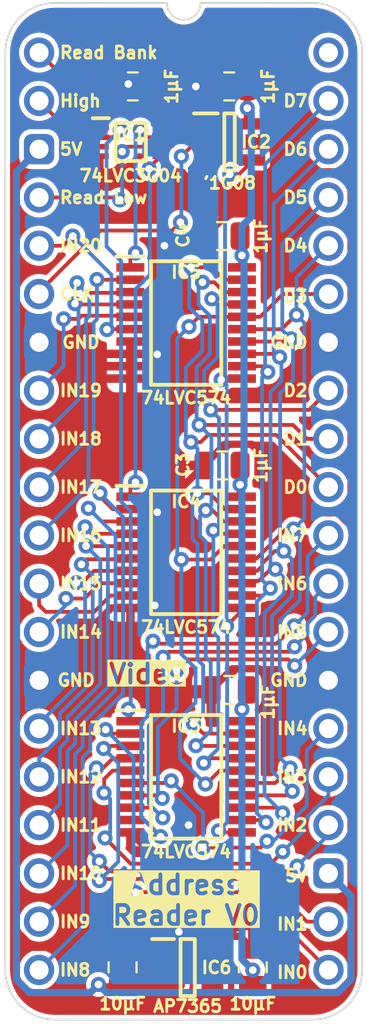
<source format=kicad_pcb>
(kicad_pcb (version 20221018) (generator pcbnew)
  (layers (0 "F.Cu" signal) (31 "B.Cu" signal) (34 "B.Paste" user) (35 "F.Paste" user) (36 "B.SilkS" user "B.Silkscreen") (37 "F.SilkS" user "F.Silkscreen") (38 "B.Mask" user) (39 "F.Mask" user) (44 "Edge.Cuts" user))
  (net 0 "")
  (net 1 "/5V")
  (net 2 "/GND")
  (net 3 "/3.3V")
  (net 4 "/D0")
  (net 5 "/D1")
  (net 6 "/D2")
  (net 7 "/D3")
  (net 8 "/D4")
  (net 9 "/D5")
  (net 10 "/D6")
  (net 11 "/D7")
  (net 12 "/~{Read Address Low}")
  (net 13 "/Read Address Low")
  (net 14 "/Pixel CLK")
  (net 15 "/PCLK·RAL")
  (net 16 "/~{Read Address High}")
  (net 17 "/~{Read Address Bank}")
  (net 20 "/C0")
  (net 21 "/C1")
  (net 22 "/C2")
  (net 23 "/C3")
  (net 24 "/C4")
  (net 25 "/C5")
  (net 26 "/C6")
  (net 27 "/C7")
  (net 28 "/C8")
  (net 29 "/C9")
  (net 30 "/C10")
  (net 31 "/C11")
  (net 32 "/C12")
  (net 33 "/C13")
  (net 34 "/C14")
  (net 35 "/C15")
  (net 36 "/C16")
  (net 37 "/C17")
  (net 38 "/C18")
  (net 39 "/C19")
  (net 40 "/C20")
  (net 41 "/Read Address High")
  (net 42 "/Read Address Bank")
  (footprint "SamacSys_Parts:C_0805" (layer "F.Cu") (at 98.552 68.072 90)
    (fp_text reference "C4")
    (fp_text value "1μF")
  )
  (footprint "SamacSys_Parts:C_0805" (layer "F.Cu") (at 100.157 106.555)
    (fp_text reference "C7" hide)
    (fp_text value "10µF")
  )
  (footprint "SamacSys_Parts:SOT95P275X110-5N" (layer "F.Cu") (at 98.933 63.119)
    (fp_text reference "IC2")
    (fp_text value "74LVC1G08GV,125" hide)
  )
  (footprint "SamacSys_Parts:C_0805" (layer "F.Cu") (at 98.552 80.137 90)
    (fp_text reference "C3")
    (fp_text value "1μF")
  )
  (footprint "SamacSys_Parts:C_0805" (layer "F.Cu") (at 93.299 106.555)
    (fp_text reference "C6" hide)
    (fp_text value "10µF")
  )
  (footprint "SamacSys_Parts:SOT95P285X130-5N" (layer "F.Cu") (at 96.728 106.555)
    (fp_text reference "IC6")
    (fp_text value "AP7365-33WG-7" hide)
  )
  (footprint "SamacSys_Parts:SOP65P640X110-20N" (layer "F.Cu") (at 96.647 72.644)
    (fp_text reference "IC5")
    (fp_text value "74LVC574APW,118" hide)
  )
  (footprint "SamacSys_Parts:C_0805" (layer "F.Cu") (at 93.853 60.198 90)
    (fp_text reference "C2" hide)
    (fp_text value "1μF")
  )
  (footprint "SamacSys_Parts:SOP65P640X110-20N" (layer "F.Cu") (at 96.647 96.52)
    (fp_text reference "IC3")
    (fp_text value "74LVC574APW,118" hide)
  )
  (footprint "SamacSys_Parts:DIP-40_Board_W15.24mm" (layer "F.Cu") (at 88.9 58.42)
    (fp_text reference "J1" hide)
    (fp_text value "Conn_02x20_Counter_Clockwise" hide)
    (fp_line (start -1.778 48.26) (end -1.778 0) (stroke (width 0.1)) (layer "Edge.Cuts"))
    (fp_line (start 6.731 -2.6162) (end 0.835732 -2.613732) (stroke (width 0.1)) (layer "Edge.Cuts"))
    (fp_line (start 14.404267 -2.613733) (end 8.509 -2.6162) (stroke (width 0.1)) (layer "Edge.Cuts"))
    (fp_line (start 14.404268 50.873732) (end 0.835733 50.873733) (stroke (width 0.1)) (layer "Edge.Cuts"))
    (fp_line (start 17.018 48.26) (end 17.017999 -0.000001) (stroke (width 0.1)) (layer "Edge.Cuts"))
    (fp_arc (start -1.778 0) (mid -1.012456 -1.848188) (end 0.835732 -2.613732) (stroke (width 0.1)) (layer "Edge.Cuts"))
    (fp_arc (start 0.835733 50.873733) (mid -1.012457 50.108189) (end -1.778 48.26) (stroke (width 0.1)) (layer "Edge.Cuts"))
    (fp_arc (start 8.509 -2.6162) (mid 7.62 -1.7272) (end 6.731 -2.6162) (stroke (width 0.1)) (layer "Edge.Cuts"))
    (fp_arc (start 14.404267 -2.613733) (mid 16.252457 -1.84819) (end 17.017999 -0.000001) (stroke (width 0.1)) (layer "Edge.Cuts"))
    (fp_arc (start 17.018 48.26) (mid 16.252456 50.108187) (end 14.404268 50.873732) (stroke (width 0.1)) (layer "Edge.Cuts"))
  )
  (footprint "SamacSys_Parts:SOP65P640X110-20N" (layer "F.Cu") (at 96.647 84.709)
    (fp_text reference "IC4")
    (fp_text value "74LVC574APW,118" hide)
  )
  (footprint "SamacSys_Parts:C_0805" (layer "F.Cu") (at 98.933 60.198 90)
    (fp_text reference "C1" hide)
    (fp_text value "1μF")
  )
  (footprint "SamacSys_Parts:C_0805" (layer "F.Cu") (at 98.933 91.948 90)
    (fp_text reference "C5" hide)
    (fp_text value "1μF")
  )
  (footprint "SamacSys_Parts:SOP50P310X90-8N" (layer "F.Cu") (at 93.726 63.119)
    (fp_text reference "IC1")
    (fp_text value "SN74LVC3G04DCUR" hide)
  )
  (gr_text "IN3" (at 103.124 96.52) (layer "F.SilkS") (effects (font (size 0.635 0.635)) (justify right)))
  (gr_text "5V" (at 103.124 101.727) (layer "F.SilkS") (effects (font (size 0.635 0.635)) (justify right)))
  (gr_text "IN1" (at 103.124 104.267) (layer "F.SilkS") (effects (font (size 0.635 0.635)) (justify right)))
  (gr_text "IN18" (at 89.916 78.74) (layer "F.SilkS") (effects (font (size 0.635 0.635)) (justify left)))
  (gr_text "IN7" (at 103.124 83.82) (layer "F.SilkS") (effects (font (size 0.635 0.635)) (justify right)))
  (gr_text "GND" (at 103.124 73.66) (layer "F.SilkS") (effects (font (size 0.635 0.635)) (justify right)))
  (gr_text "GND" (at 89.789 91.44) (layer "F.SilkS") (effects (font (size 0.635 0.635)) (justify left)))
  (gr_text "High" (at 89.916 60.96) (layer "F.SilkS") (effects (font (size 0.635 0.635)) (justify left)))
  (gr_text "IN12" (at 89.916 96.52) (layer "F.SilkS") (effects (font (size 0.635 0.635)) (justify left)))
  (gr_text "D5" (at 103.124 66.04) (layer "F.SilkS") (effects (font (size 0.635 0.635)) (justify right)))
  (gr_text "IN13" (at 89.916 93.98) (layer "F.SilkS") (effects (font (size 0.635 0.635)) (justify left)))
  (gr_text "IN17" (at 89.916 81.28) (layer "F.SilkS") (effects (font (size 0.635 0.635)) (justify left)))
  (gr_text "IN19" (at 89.916 76.2) (layer "F.SilkS") (effects (font (size 0.635 0.635)) (justify left)))
  (gr_text "CLK" (at 89.916 71.12) (layer "F.SilkS") (effects (font (size 0.635 0.635)) (justify left)))
  (gr_text "D6" (at 103.124 63.5) (layer "F.SilkS") (effects (font (size 0.635 0.635)) (justify right)))
  (gr_text "IN6" (at 103.124 86.36) (layer "F.SilkS") (effects (font (size 0.635 0.635)) (justify right)))
  (gr_text "IN14" (at 89.916 88.9) (layer "F.SilkS") (effects (font (size 0.635 0.635)) (justify left)))
  (gr_text "D4\n" (at 103.124 68.58) (layer "F.SilkS") (effects (font (size 0.635 0.635)) (justify right)))
  (gr_text "IN10" (at 89.916 101.6) (layer "F.SilkS") (effects (font (size 0.635 0.635)) (justify left)))
  (gr_text "IN20" (at 89.916 68.58) (layer "F.SilkS") (effects (font (size 0.635 0.635)) (justify left)))
  (gr_text "D7" (at 103.124 60.96) (layer "F.SilkS") (effects (font (size 0.635 0.635)) (justify right)))
  (gr_text "IN0" (at 103.124 106.807) (layer "F.SilkS") (effects (font (size 0.635 0.635)) (justify right)))
  (gr_text "IN9" (at 89.916 104.14) (layer "F.SilkS") (effects (font (size 0.635 0.635)) (justify left)))
  (gr_text "IN5" (at 103.124 88.9) (layer "F.SilkS") (effects (font (size 0.635 0.635)) (justify right)))
  (gr_text "D0" (at 103.124 81.28) (layer "F.SilkS") (effects (font (size 0.635 0.635)) (justify right)))
  (gr_text "IN4" (at 103.124 93.98) (layer "F.SilkS") (effects (font (size 0.635 0.635)) (justify right)))
  (gr_text "IN16" (at 89.916 83.82) (layer "F.SilkS") (effects (font (size 0.635 0.635)) (justify left)))
  (gr_text "D3" (at 103.124 71.247) (layer "F.SilkS") (effects (font (size 0.635 0.635)) (justify right)))
  (gr_text "D2" (at 103.124 76.2) (layer "F.SilkS") (effects (font (size 0.635 0.635)) (justify right)))
  (gr_text "Read Low" (at 89.916 66.04) (layer "F.SilkS") (effects (font (size 0.635 0.635)) (justify left)))
  (gr_text "IN11" (at 89.916 99.06) (layer "F.SilkS") (effects (font (size 0.635 0.635)) (justify left)))
  (gr_text "Video" (at 94.615 91.694) (layer "F.SilkS" knockout) (effects (font (size 1 1) (thickness 0.2) bold) (justify bottom)))
  (gr_text "IN2" (at 103.124 99.06) (layer "F.SilkS") (effects (font (size 0.635 0.635)) (justify right)))
  (gr_text "IN8" (at 89.916 106.68) (layer "F.SilkS") (effects (font (size 0.635 0.635)) (justify left)))
  (gr_text "GND" (at 103.124 91.44) (layer "F.SilkS") (effects (font (size 0.635 0.635)) (justify right)))
  (gr_text "Address\nReader V0" (at 96.647 104.394) (layer "F.SilkS" knockout) (effects (font (size 1 1) (thickness 0.2) bold) (justify bottom)))
  (gr_text "D1" (at 103.124 78.74) (layer "F.SilkS") (effects (font (size 0.635 0.635)) (justify right)))
  (gr_text "IN15" (at 89.916 86.36) (layer "F.SilkS") (effects (font (size 0.635 0.635)) (justify left)))
  (gr_text "Read Bank\n" (at 89.916 58.42) (layer "F.SilkS") (effects (font (size 0.635 0.635)) (justify left)))
  (gr_text "GND" (at 90.043 73.66) (layer "F.SilkS") (effects (font (size 0.635 0.635)) (justify left)))
  (gr_text "5V" (at 89.916 63.5) (layer "F.SilkS") (effects (font (size 0.635 0.635)) (justify left)))
  (segment (start 96.133 105.605) (end 96.393 105.865) (width 0.38) (layer "F.Cu") (net 1))
  (segment (start 95.428 105.605) (end 96.133 105.605) (width 0.38) (layer "F.Cu") (net 1))
  (segment (start 96.393 105.865) (end 96.393 107.495) (width 0.38) (layer "F.Cu") (net 1))
  (segment (start 93.217 107.571) (end 92.029 107.571) (width 0.38) (layer "F.Cu") (net 1))
  (segment (start 95.428 107.505) (end 93.315 107.505) (width 0.38) (layer "F.Cu") (net 1))
  (segment (start 96.393 107.495) (end 96.383 107.505) (width 0.38) (layer "F.Cu") (net 1))
  (segment (start 96.383 107.505) (end 95.428 107.505) (width 0.38) (layer "F.Cu") (net 1))
  (via (at 92.029 107.444) (size 0.8) (drill 0.4) (layers "F.Cu" "B.Cu") (net 1))
  (segment (start 87.71 64.69) (end 87.71 107.180378) (width 0.38) (layer "B.Cu") (net 1))
  (segment (start 87.71 107.180378) (end 88.401622 107.872) (width 0.38) (layer "B.Cu") (net 1))
  (segment (start 92.457 107.872) (end 92.029 107.444) (width 0.38) (layer "B.Cu") (net 1))
  (segment (start 105.33 102.79) (end 105.33 107.172915) (width 0.38) (layer "B.Cu") (net 1))
  (segment (start 91.601 107.872) (end 92.029 107.444) (width 0.38) (layer "B.Cu") (net 1))
  (segment (start 104.632915 107.87) (end 92.503 107.87) (width 0.38) (layer "B.Cu") (net 1))
  (segment (start 105.33 107.172915) (end 104.632915 107.87) (width 0.38) (layer "B.Cu") (net 1))
  (segment (start 88.401622 107.872) (end 91.601 107.872) (width 0.38) (layer "B.Cu") (net 1))
  (segment (start 104.14 101.6) (end 105.33 102.79) (width 0.38) (layer "B.Cu") (net 1))
  (segment (start 88.9 63.5) (end 87.71 64.69) (width 0.38) (layer "B.Cu") (net 1))
  (segment (start 88.9 91.44) (end 92.706 87.634) (width 0.38) (layer "F.Cu") (net 2))
  (segment (start 105.41 83.407085) (end 105.41 90.17) (width 0.38) (layer "F.Cu") (net 2))
  (segment (start 93.014 60.071) (end 93.599 60.071) (width 0.38) (layer "F.Cu") (net 2))
  (segment (start 93.709 74.919) (end 93.709 75.569) (width 0.38) (layer "F.Cu") (net 2))
  (segment (start 98.698 60.929) (end 98.698 64.059) (width 0.38) (layer "F.Cu") (net 2))
  (segment (start 97.657957 68.072) (end 101.737042 63.992915) (width 0.38) (layer "F.Cu") (net 2))
  (segment (start 94.742 92.202) (end 96.139 92.202) (width 0.38) (layer "F.Cu") (net 2))
  (segment (start 93.709 74.269) (end 93.709 74.919) (width 0.38) (layer "F.Cu") (net 2))
  (segment (start 103.647085 64.69) (end 102.95 63.992915) (width 0.38) (layer "F.Cu") (net 2))
  (segment (start 98.698 64.059) (end 98.688 64.069) (width 0.38) (layer "F.Cu") (net 2))
  (segment (start 93.709 73.619) (end 93.709 74.269) (width 0.38) (layer "F.Cu") (net 2))
  (segment (start 93.709 99.445) (end 94.721 100.457) (width 0.38) (layer "F.Cu") (net 2))
  (segment (start 97.967 91.948) (end 99.082 90.833) (width 0.38) (layer "F.Cu") (net 2))
  (segment (start 91.313 74.269) (end 93.709 74.269) (width 0.38) (layer "F.Cu") (net 2))
  (segment (start 102.95 61.548) (end 99.314 57.912) (width 0.38) (layer "F.Cu") (net 2))
  (segment (start 105.33 72.47) (end 105.33 65.387085) (width 0.38) (layer "F.Cu") (net 2))
  (segment (start 103.712 82.63) (end 104.632915 82.63) (width 0.38) (layer "F.Cu") (net 2))
  (segment (start 90.704 73.66) (end 91.313 74.269) (width 0.38) (layer "F.Cu") (net 2))
  (segment (start 93.599 59.755903) (end 93.599 60.071) (width 0.38) (layer "F.Cu") (net 2))
  (segment (start 93.98 91.44) (end 94.742 92.202) (width 0.38) (layer "F.Cu") (net 2))
  (segment (start 101.346 91.694) (end 103.886 91.694) (width 0.38) (layer "F.Cu") (net 2))
  (segment (start 98.701 79.022) (end 100.104 79.022) (width 0.38) (layer "F.Cu") (net 2))
  (segment (start 95.097 74.269) (end 95.123 74.295) (width 0.38) (layer "F.Cu") (net 2))
  (segment (start 97.586 68.072) (end 97.078006 68.579994) (width 0.38) (layer "F.Cu") (net 2))
  (segment (start 100.157 105.589) (end 101.366085 105.589) (width 0.38) (layer "F.Cu") (net 2))
  (segment (start 87.63 92.71) (end 88.9 91.44) (width 0.38) (layer "F.Cu") (net 2))
  (segment (start 94.996 87.4645) (end 95.123 87.3375) (width 0.38) (layer "F.Cu") (net 2))
  (segment (start 94.996 87.503) (end 94.996 87.4645) (width 0.38) (layer "F.Cu") (net 2))
  (segment (start 101.375036 76.424964) (end 97.252964 76.424964) (width 0.38) (layer "F.Cu") (net 2))
  (segment (start 94.9575 87.503) (end 94.996 87.503) (width 0.38) (layer "F.Cu") (net 2))
  (segment (start 97.967 60.198) (end 97.155 60.198) (width 0.38) (layer "F.Cu") (net 2))
  (segment (start 94.721 100.457) (end 95.885 100.457) (width 0.38) (layer "F.Cu") (net 2))
  (segment (start 96.139 92.202) (end 97.713 92.202) (width 0.38) (layer "F.Cu") (net 2))
  (segment (start 96.774 96.012) (end 96.774 99.06) (width 0.38) (layer "F.Cu") (net 2))
  (segment (start 95.442903 57.912) (end 93.599 59.755903) (width 0.38) (layer "F.Cu") (net 2))
  (segment (start 99.082 90.833) (end 100.485 90.833) (width 0.38) (layer "F.Cu") (net 2))
  (segment (start 105.41 90.17) (end 104.14 91.44) (width 0.38) (layer "F.Cu") (net 2))
  (segment (start 96.139 92.202) (end 96.139 95.377) (width 0.38) (layer "F.Cu") (net 2))
  (segment (start 94.8265 87.634) (end 94.9575 87.503) (width 0.38) (layer "F.Cu") (net 2))
  (segment (start 105.33 107.180343) (end 105.33 92.63) (width 0.38) (layer "F.Cu") (net 2))
  (segment (start 100.485 90.833) (end 101.346 91.694) (width 0.38) (layer "F.Cu") (net 2))
  (segment (start 98.688 64.069) (end 97.683 64.069) (width 0.38) (layer "F.Cu") (net 2))
  (segment (start 93.973 104.915) (end 93.299 105.589) (width 0.38) (layer "F.Cu") (net 2))
  (segment (start 104.640343 107.87) (end 105.33 107.180343) (width 0.38) (layer "F.Cu") (net 2))
  (segment (start 95.885 100.457) (end 96.774 99.568) (width 0.38) (layer "F.Cu") (net 2))
  (segment (start 96.139 95.377) (end 96.774 96.012) (width 0.38) (layer "F.Cu") (net 2))
  (segment (start 93.299 105.589) (end 94.265 106.555) (width 0.38) (layer "F.Cu") (net 2))
  (segment (start 96.774 99.568) (end 96.774 99.06) (width 0.38) (layer "F.Cu") (net 2))
  (segment (start 102.95 63.992915) (end 102.95 61.548) (width 0.38) (layer "F.Cu") (net 2))
  (segment (start 105.33 81.963085) (end 104.648 82.645085) (width 0.38) (layer "F.Cu") (net 2))
  (segment (start 97.078006 68.579994) (end 95.504 68.579994) (width 0.38) (layer "F.Cu") (net 2))
  (segment (start 104.14 73.66) (end 105.33 74.85) (width 0.38) (layer "F.Cu") (net 2))
  (segment (start 88.9 73.66) (end 90.704 73.66) (width 0.38) (layer "F.Cu") (net 2))
  (segment (start 104.648 82.645085) (end 105.41 83.407085) (width 0.38) (layer "F.Cu") (net 2))
  (segment (start 105.33 65.387085) (end 104.632915 64.69) (width 0.38) (layer "F.Cu") (net 2))
  (segment (start 88.567085 105.49) (end 87.63 104.552915) (width 0.38) (layer "F.Cu") (net 2))
  (segment (start 104.14 73.66) (end 105.33 72.47) (width 0.38) (layer "F.Cu") (net 2))
  (segment (start 92.706 87.634) (end 93.709 87.634) (width 0.38) (layer "F.Cu") (net 2))
  (segment (start 104.632915 82.63) (end 104.648 82.645085) (width 0.38) (layer "F.Cu") (net 2))
  (segment (start 93.2 105.49) (end 88.567085 105.49) (width 0.38) (layer "F.Cu") (net 2))
  (segment (start 93.709 87.634) (end 94.8265 87.634) (width 0.38) (layer "F.Cu") (net 2))
  (segment (start 97.683 67.975) (end 97.683 64.069) (width 0.38) (layer "F.Cu") (net 2))
  (segment (start 103.647085 107.87) (end 104.640343 107.87) (width 0.38) (layer "F.Cu") (net 2))
  (segment (start 97.586 80.137) (end 98.701 79.022) (width 0.38) (layer "F.Cu") (net 2))
  (segment (start 88.9 91.44) (end 93.98 91.44) (width 0.38) (layer "F.Cu") (net 2))
  (segment (start 105.33 74.85) (end 105.33 81.963085) (width 0.38) (layer "F.Cu") (net 2))
  (segment (start 95.123 87.3375) (end 95.123 82.6) (width 0.38) (layer "F.Cu") (net 2))
  (segment (start 104.14 73.66) (end 101.375036 76.424964) (width 0.38) (layer "F.Cu") (net 2))
  (segment (start 105.33 92.63) (end 104.14 91.44) (width 0.38) (layer "F.Cu") (net 2))
  (segment (start 100.157 105.589) (end 99.483 104.915) (width 0.38) (layer "F.Cu") (net 2))
  (segment (start 104.632915 64.69) (end 103.647085 64.69) (width 0.38) (layer "F.Cu") (net 2))
  (segment (start 99.483 104.915) (end 93.973 104.915) (width 0.38) (layer "F.Cu") (net 2))
  (segment (start 99.314 57.912) (end 95.442903 57.912) (width 0.38) (layer "F.Cu") (net 2))
  (segment (start 87.63 104.552915) (end 87.63 92.71) (width 0.38) (layer "F.Cu") (net 2))
  (segment (start 97.967 60.198) (end 98.698 60.929) (width 0.38) (layer "F.Cu") (net 2))
  (segment (start 95.123 82.6) (end 97.586 80.137) (width 0.38) (layer "F.Cu") (net 2))
  (segment (start 97.155 60.198) (end 97.155 60.198002) (width 0.38) (layer "F.Cu") (net 2))
  (segment (start 101.366085 105.589) (end 103.647085 107.87) (width 0.38) (layer "F.Cu") (net 2))
  (segment (start 93.709 74.269) (end 95.097 74.269) (width 0.38) (layer "F.Cu") (net 2))
  (segment (start 97.252964 76.424964) (end 95.123 74.295) (width 0.38) (layer "F.Cu") (net 2))
  (segment (start 94.265 106.555) (end 95.428 106.555) (width 0.38) (layer "F.Cu") (net 2))
  (segment (start 101.737042 63.992915) (end 102.95 63.992915) (width 0.38) (layer "F.Cu") (net 2))
  (segment (start 100.104 79.022) (end 103.712 82.63) (width 0.38) (layer "F.Cu") (net 2))
  (via (at 95.123 74.295) (size 0.8) (drill 0.4) (layers "F.Cu" "B.Cu") (net 2))
  (via (at 94.996 87.503) (size 0.8) (drill 0.4) (layers "F.Cu" "B.Cu") (net 2))
  (via (at 95.123 82.6) (size 0.8) (drill 0.4) (layers "F.Cu" "B.Cu") (net 2))
  (via (at 96.774 99.06) (size 0.8) (drill 0.4) (layers "F.Cu" "B.Cu") (net 2))
  (via (at 97.155 60.198002) (size 0.8) (drill 0.4) (layers "F.Cu" "B.Cu") (net 2))
  (via (at 93.599 60.071) (size 0.8) (drill 0.4) (layers "F.Cu" "B.Cu") (net 2))
  (via (at 95.504 68.579994) (size 0.8) (drill 0.4) (layers "F.Cu" "B.Cu") (net 2))
  (via (at 96.266004 104.673324) (size 0.8) (drill 0.4) (layers "F.Cu" "B.Cu") (net 2))
  (segment (start 95.504 61.976) (end 95.504 68.579994) (width 0.38) (layer "B.Cu") (net 2))
  (segment (start 95.123 74.295) (end 95.123 82.6) (width 0.38) (layer "B.Cu") (net 2))
  (segment (start 93.599 60.071) (end 95.504 61.976) (width 0.38) (layer "B.Cu") (net 2))
  (segment (start 95.123 74.295) (end 95.504 73.914) (width 0.38) (layer "B.Cu") (net 2))
  (segment (start 96.265998 99.568002) (end 96.265998 104.673318) (width 0.38) (layer "B.Cu") (net 2))
  (segment (start 93.599 60.071) (end 97.027998 60.071) (width 0.38) (layer "B.Cu") (net 2))
  (segment (start 97.027998 60.071) (end 97.155 60.198002) (width 0.38) (layer "B.Cu") (net 2))
  (segment (start 95.504 73.914) (end 95.504 68.579994) (width 0.38) (layer "B.Cu") (net 2))
  (segment (start 96.774 99.06) (end 96.265998 99.568002) (width 0.38) (layer "B.Cu") (net 2))
  (segment (start 96.265998 104.673318) (end 96.266004 104.673324) (width 0.38) (layer "B.Cu") (net 2))
  (segment (start 99.867 61.853) (end 100.183 62.169) (width 0.38) (layer "F.Cu") (net 3))
  (segment (start 99.867 60.198) (end 99.867 61.341) (width 0.38) (layer "F.Cu") (net 3))
  (segment (start 94.976 62.169) (end 94.976 60.387) (width 0.38) (layer "F.Cu") (net 3))
  (segment (start 99.867 61.341) (end 99.867 61.853) (width 0.38) (layer "F.Cu") (net 3))
  (segment (start 99.486 81.153) (end 99.486 81.685) (width 0.38) (layer "F.Cu") (net 3))
  (segment (start 99.912 107.489) (end 98.028 105.605) (width 0.38) (layer "F.Cu") (net 3))
  (segment (start 99.585 92.428) (end 99.966 92.047) (width 0.38) (layer "F.Cu") (net 3))
  (segment (start 99.585 93.595) (end 99.585 92.964006) (width 0.38) (layer "F.Cu") (net 3))
  (segment (start 99.486 81.153) (end 99.486 80.137) (width 0.38) (layer "F.Cu") (net 3))
  (segment (start 100.157 107.489) (end 100.157 106.6885) (width 0.38) (layer "F.Cu") (net 3))
  (segment (start 98.47 58.801) (end 96.184 58.801) (width 0.38) (layer "F.Cu") (net 3))
  (segment (start 99.486 68.072) (end 99.486 68.988994) (width 0.38) (layer "F.Cu") (net 3))
  (segment (start 99.867 60.198) (end 98.47 58.801) (width 0.38) (layer "F.Cu") (net 3))
  (segment (start 99.486 68.988994) (end 99.585 69.087994) (width 0.38) (layer "F.Cu") (net 3))
  (segment (start 99.585 92.964006) (end 99.585 92.428) (width 0.38) (layer "F.Cu") (net 3))
  (segment (start 96.184 58.801) (end 94.787 60.198) (width 0.38) (layer "F.Cu") (net 3))
  (segment (start 99.486 81.685) (end 99.585 81.784) (width 0.38) (layer "F.Cu") (net 3))
  (segment (start 99.585 69.719) (end 99.585 69.087994) (width 0.38) (layer "F.Cu") (net 3))
  (via (at 99.585 69.087994) (size 0.8) (drill 0.4) (layers "F.Cu" "B.Cu") (net 3))
  (via (at 100.157 106.6885) (size 0.8) (drill 0.4) (layers "F.Cu" "B.Cu") (net 3))
  (via (at 99.585 92.964006) (size 0.8) (drill 0.4) (layers "F.Cu" "B.Cu") (net 3))
  (via (at 99.486 81.153) (size 0.8) (drill 0.4) (layers "F.Cu" "B.Cu") (net 3))
  (via (at 99.867 61.341) (size 0.8) (drill 0.4) (layers "F.Cu" "B.Cu") (net 3))
  (segment (start 99.585 105.9415) (end 99.585 92.964006) (width 0.38) (layer "B.Cu") (net 3))
  (segment (start 99.695 80.944) (end 99.695 69.197994) (width 0.38) (layer "B.Cu") (net 3))
  (segment (start 99.585 92.964006) (end 99.585 81.252) (width 0.38) (layer "B.Cu") (net 3))
  (segment (start 99.585 106.1165) (end 99.585 105.9415) (width 0.38) (layer "B.Cu") (net 3))
  (segment (start 100.076 67.056) (end 100.076 61.55) (width 0.38) (layer "B.Cu") (net 3))
  (segment (start 99.486 81.153) (end 99.695 80.944) (width 0.38) (layer "B.Cu") (net 3))
  (segment (start 100.076 61.55) (end 99.867 61.341) (width 0.38) (layer "B.Cu") (net 3))
  (segment (start 99.585 67.547) (end 100.076 67.056) (width 0.38) (layer "B.Cu") (net 3))
  (segment (start 99.585 81.252) (end 99.486 81.153) (width 0.38) (layer "B.Cu") (net 3))
  (segment (start 99.695 69.197994) (end 99.585 69.087994) (width 0.38) (layer "B.Cu") (net 3))
  (segment (start 100.157 106.6885) (end 99.585 106.1165) (width 0.38) (layer "B.Cu") (net 3))
  (segment (start 99.585 69.087994) (end 99.585 67.547) (width 0.38) (layer "B.Cu") (net 3))
  (segment (start 101.392 78.532) (end 97.796396 78.532) (width 0.2) (layer "F.Cu") (net 4))
  (segment (start 98.6475 70.369) (end 97.988609 69.710109) (width 0.2) (layer "F.Cu") (net 4))
  (segment (start 98.558789 82.345289) (end 98.558789 82.289138) (width 0.2) (layer "F.Cu") (net 4))
  (segment (start 98.6475 82.434) (end 98.558789 82.345289) (width 0.2) (layer "F.Cu") (net 4))
  (segment (start 97.547 94.245) (end 97.028 93.726) (width 0.2) (layer "F.Cu") (net 4))
  (segment (start 99.585 94.245) (end 97.547 94.245) (width 0.2) (layer "F.Cu") (net 4))
  (segment (start 99.585 70.369) (end 98.6475 70.369) (width 0.2) (layer "F.Cu") (net 4))
  (segment (start 99.585 82.434) (end 98.6475 82.434) (width 0.2) (layer "F.Cu") (net 4))
  (segment (start 97.616608 78.707119) (end 97.413701 78.910026) (width 0.2) (layer "F.Cu") (net 4))
  (segment (start 104.14 81.28) (end 101.392 78.532) (width 0.2) (layer "F.Cu") (net 4))
  (segment (start 97.870415 81.600764) (end 97.243076 81.600764) (width 0.2) (layer "F.Cu") (net 4))
  (segment (start 98.558789 82.289138) (end 97.870415 81.600764) (width 0.2) (layer "F.Cu") (net 4))
  (segment (start 97.988609 69.710109) (end 96.896092 69.710109) (width 0.2) (layer "F.Cu") (net 4))
  (segment (start 97.621277 78.707119) (end 97.616608 78.707119) (width 0.2) (layer "F.Cu") (net 4))
  (segment (start 97.413701 78.910026) (end 96.89568 78.910026) (width 0.2) (layer "F.Cu") (net 4))
  (segment (start 97.796396 78.532) (end 97.621277 78.707119) (width 0.2) (layer "F.Cu") (net 4))
  (via (at 96.896092 69.710109) (size 0.8) (drill 0.4) (layers "F.Cu" "B.Cu") (net 4))
  (via (at 97.028 93.726) (size 0.8) (drill 0.4) (layers "F.Cu" "B.Cu") (net 4))
  (via (at 97.243076 81.600764) (size 0.8) (drill 0.4) (layers "F.Cu" "B.Cu") (net 4))
  (via (at 96.89568 78.910026) (size 0.8) (drill 0.4) (layers "F.Cu" "B.Cu") (net 4))
  (segment (start 97.244 84.276153) (end 97.244 90.354364) (width 0.2) (layer "B.Cu") (net 4))
  (segment (start 96.807473 69.798728) (end 96.807473 71.820109) (width 0.2) (layer "B.Cu") (net 4))
  (segment (start 96.807473 71.820109) (end 97.496 72.508636) (width 0.2) (layer "B.Cu") (net 4))
  (segment (start 97.496 72.508636) (end 97.496 74.118679) (width 0.2) (layer "B.Cu") (net 4))
  (segment (start 97.244 90.354364) (end 97.541859 90.652224) (width 0.2) (layer "B.Cu") (net 4))
  (segment (start 96.978 81.86584) (end 96.978 84.010152) (width 0.2) (layer "B.Cu") (net 4))
  (segment (start 97.243076 81.600764) (end 96.978 81.86584) (width 0.2) (layer "B.Cu") (net 4))
  (segment (start 96.978 84.010152) (end 97.244 84.276153) (width 0.2) (layer "B.Cu") (net 4))
  (segment (start 97.243076 79.257422) (end 96.89568 78.910026) (width 0.2) (layer "B.Cu") (net 4))
  (segment (start 97.496 74.118679) (end 96.631327 74.983352) (width 0.2) (layer "B.Cu") (net 4))
  (segment (start 97.541859 90.652224) (end 97.541859 93.212141) (width 0.2) (layer "B.Cu") (net 4))
  (segment (start 96.631327 78.645673) (end 96.89568 78.910026) (width 0.2) (layer "B.Cu") (net 4))
  (segment (start 97.541859 93.212141) (end 97.028 93.726) (width 0.2) (layer "B.Cu") (net 4))
  (segment (start 96.896092 69.710109) (end 96.807473 69.798728) (width 0.2) (layer "B.Cu") (net 4))
  (segment (start 96.631327 74.983352) (end 96.631327 78.645673) (width 0.2) (layer "B.Cu") (net 4))
  (segment (start 97.243076 81.600764) (end 97.243076 79.257422) (width 0.2) (layer "B.Cu") (net 4))
  (segment (start 97.169007 94.895) (end 97.157515 94.883508) (width 0.2) (layer "F.Cu") (net 5))
  (segment (start 104.14 78.74) (end 103.00863 78.74) (width 0.2) (layer "F.Cu") (net 5))
  (segment (start 98.129948 70.501448) (end 97.507473 70.501448) (width 0.2) (layer "F.Cu") (net 5))
  (segment (start 99.585 71.019) (end 98.6475 71.019) (width 0.2) (layer "F.Cu") (net 5))
  (segment (start 98.6475 71.019) (end 98.129948 70.501448) (width 0.2) (layer "F.Cu") (net 5))
  (segment (start 99.585 83.084) (end 98.616203 83.084) (width 0.2) (layer "F.Cu") (net 5))
  (segment (start 98.616203 83.084) (end 98.032944 82.500741) (width 0.2) (layer "F.Cu") (net 5))
  (segment (start 99.585 94.895) (end 97.169007 94.895) (width 0.2) (layer "F.Cu") (net 5))
  (segment (start 98.032944 82.500741) (end 97.678 82.500741) (width 0.2) (layer "F.Cu") (net 5))
  (segment (start 103.00863 78.74) (end 102.275749 78.007119) (width 0.2) (layer "F.Cu") (net 5))
  (segment (start 102.275749 78.007119) (end 97.331327 78.007119) (width 0.2) (layer "F.Cu") (net 5))
  (via (at 97.157515 94.883508) (size 0.8) (drill 0.4) (layers "F.Cu" "B.Cu") (net 5))
  (via (at 97.678 82.500741) (size 0.8) (drill 0.4) (layers "F.Cu" "B.Cu") (net 5))
  (via (at 97.507473 70.501448) (size 0.8) (drill 0.4) (layers "F.Cu" "B.Cu") (net 5))
  (via (at 97.331327 78.007119) (size 0.8) (drill 0.4) (layers "F.Cu" "B.Cu") (net 5))
  (segment (start 97.378 83.844467) (end 97.678 84.144467) (width 0.2) (layer "B.Cu") (net 5))
  (segment (start 97.378 82.800741) (end 97.378 83.844467) (width 0.2) (layer "B.Cu") (net 5))
  (segment (start 97.678 82.500741) (end 97.978 82.200741) (width 0.2) (layer "B.Cu") (net 5))
  (segment (start 97.296 71.66395) (end 97.896 72.26395) (width 0.2) (layer "B.Cu") (net 5))
  (segment (start 97.896 74.284365) (end 97.198 74.982365) (width 0.2) (layer "B.Cu") (net 5))
  (segment (start 97.678 90.22268) (end 97.941859 90.486539) (width 0.2) (layer "B.Cu") (net 5))
  (segment (start 97.678 82.500741) (end 97.378 82.800741) (width 0.2) (layer "B.Cu") (net 5))
  (segment (start 97.296 70.712921) (end 97.296 71.66395) (width 0.2) (layer "B.Cu") (net 5))
  (segment (start 97.978 82.200741) (end 97.978 78.653792) (width 0.2) (layer "B.Cu") (net 5))
  (segment (start 97.896 72.26395) (end 97.896 74.284365) (width 0.2) (layer "B.Cu") (net 5))
  (segment (start 97.678 84.144467) (end 97.678 90.22268) (width 0.2) (layer "B.Cu") (net 5))
  (segment (start 97.941859 94.099164) (end 97.157515 94.883508) (width 0.2) (layer "B.Cu") (net 5))
  (segment (start 97.978 78.653792) (end 97.331327 78.007119) (width 0.2) (layer "B.Cu") (net 5))
  (segment (start 97.198 74.982365) (end 97.198 77.873792) (width 0.2) (layer "B.Cu") (net 5))
  (segment (start 97.198 77.873792) (end 97.331327 78.007119) (width 0.2) (layer "B.Cu") (net 5))
  (segment (start 97.507473 70.501448) (end 97.296 70.712921) (width 0.2) (layer "B.Cu") (net 5))
  (segment (start 97.941859 90.486539) (end 97.941859 94.099164) (width 0.2) (layer "B.Cu") (net 5))
  (segment (start 103.125036 77.214964) (end 97.941651 77.214964) (width 0.2) (layer "F.Cu") (net 6))
  (segment (start 98.291 71.669) (end 97.996 71.374) (width 0.2) (layer "F.Cu") (net 6))
  (segment (start 99.585 95.545) (end 97.82331 95.545) (width 0.2) (layer "F.Cu") (net 6))
  (segment (start 98.257483 83.734) (end 98.078 83.554517) (width 0.2) (layer "F.Cu") (net 6))
  (segment (start 99.585 71.669) (end 98.291 71.669) (width 0.2) (layer "F.Cu") (net 6))
  (segment (start 97.82331 95.545) (end 97.574604 95.793706) (width 0.2) (layer "F.Cu") (net 6))
  (segment (start 99.585 83.734) (end 98.257483 83.734) (width 0.2) (layer "F.Cu") (net 6))
  (segment (start 104.14 76.2) (end 103.125036 77.214964) (width 0.2) (layer "F.Cu") (net 6))
  (via (at 97.996 71.374) (size 0.8) (drill 0.4) (layers "F.Cu" "B.Cu") (net 6))
  (via (at 97.574604 95.793706) (size 0.8) (drill 0.4) (layers "F.Cu" "B.Cu") (net 6))
  (via (at 97.941651 77.214964) (size 0.8) (drill 0.4) (layers "F.Cu" "B.Cu") (net 6))
  (via (at 98.078 83.554517) (size 0.8) (drill 0.4) (layers "F.Cu" "B.Cu") (net 6))
  (segment (start 98.296 71.674) (end 98.296 74.45005) (width 0.2) (layer "B.Cu") (net 6))
  (segment (start 98.296 74.45005) (end 97.598 75.14805) (width 0.2) (layer "B.Cu") (net 6))
  (segment (start 98.341859 95.026451) (end 97.574604 95.793706) (width 0.2) (layer "B.Cu") (net 6))
  (segment (start 98.078 88.933075) (end 98.341859 89.196934) (width 0.2) (layer "B.Cu") (net 6))
  (segment (start 98.341859 89.196934) (end 98.341859 95.026451) (width 0.2) (layer "B.Cu") (net 6))
  (segment (start 98.378 77.651313) (end 97.941651 77.214964) (width 0.2) (layer "B.Cu") (net 6))
  (segment (start 98.078 83.554517) (end 98.378 83.254517) (width 0.2) (layer "B.Cu") (net 6))
  (segment (start 97.598 76.871313) (end 97.941651 77.214964) (width 0.2) (layer "B.Cu") (net 6))
  (segment (start 97.598 75.14805) (end 97.598 76.871313) (width 0.2) (layer "B.Cu") (net 6))
  (segment (start 98.078 83.554517) (end 98.078 88.933075) (width 0.2) (layer "B.Cu") (net 6))
  (segment (start 97.996 71.374) (end 98.296 71.674) (width 0.2) (layer "B.Cu") (net 6))
  (segment (start 98.378 83.254517) (end 98.378 77.651313) (width 0.2) (layer "B.Cu") (net 6))
  (segment (start 97.314293 72.319) (end 96.796 72.837293) (width 0.2) (layer "F.Cu") (net 7))
  (segment (start 98.410307 96.195) (end 97.704307 96.901) (width 0.2) (layer "F.Cu") (net 7))
  (segment (start 99.585 84.384) (end 98.6475 84.384) (width 0.2) (layer "F.Cu") (net 7))
  (segment (start 98.6475 84.384) (end 97.9415 85.09) (width 0.2) (layer "F.Cu") (net 7))
  (segment (start 99.585 72.319) (end 97.314293 72.319) (width 0.2) (layer "F.Cu") (net 7))
  (segment (start 104.14 71.12) (end 101.7465 71.12) (width 0.2) (layer "F.Cu") (net 7))
  (segment (start 97.704307 96.901) (end 97.663 96.901) (width 0.2) (layer "F.Cu") (net 7))
  (segment (start 99.585 96.195) (end 98.410307 96.195) (width 0.2) (layer "F.Cu") (net 7))
  (segment (start 100.5475 72.319) (end 99.585 72.319) (width 0.2) (layer "F.Cu") (net 7))
  (segment (start 101.7465 71.12) (end 100.5475 72.319) (width 0.2) (layer "F.Cu") (net 7))
  (segment (start 97.9415 85.09) (end 96.393 85.09) (width 0.2) (layer "F.Cu") (net 7))
  (via (at 96.796 72.837293) (size 0.8) (drill 0.4) (layers "F.Cu" "B.Cu") (net 7))
  (via (at 96.393 85.09) (size 0.8) (drill 0.4) (layers "F.Cu" "B.Cu") (net 7))
  (via (at 97.663 96.901) (size 0.8) (drill 0.4) (layers "F.Cu" "B.Cu") (net 7))
  (segment (start 97.663 96.901) (end 96.328 95.566) (width 0.2) (layer "B.Cu") (net 7))
  (segment (start 96.182 84.879) (end 96.182 73.451293) (width 0.2) (layer "B.Cu") (net 7))
  (segment (start 96.328 93.43605) (end 97.141859 92.622191) (width 0.2) (layer "B.Cu") (net 7))
  (segment (start 96.393 90.06905) (end 96.393 85.09) (width 0.2) (layer "B.Cu") (net 7))
  (segment (start 96.328 95.566) (end 96.328 93.43605) (width 0.2) (layer "B.Cu") (net 7))
  (segment (start 96.182 73.451293) (end 96.796 72.837293) (width 0.2) (layer "B.Cu") (net 7))
  (segment (start 97.141859 92.622191) (end 97.141859 90.817909) (width 0.2) (layer "B.Cu") (net 7))
  (segment (start 97.141859 90.817909) (end 96.393 90.06905) (width 0.2) (layer "B.Cu") (net 7))
  (segment (start 96.393 85.09) (end 96.182 84.879) (width 0.2) (layer "B.Cu") (net 7))
  (segment (start 101.675537 72.969) (end 102.421111 72.223426) (width 0.2) (layer "F.Cu") (net 8))
  (segment (start 100.354364 85.034) (end 101.901853 83.486511) (width 0.2) (layer "F.Cu") (net 8))
  (segment (start 101.341423 96.845) (end 102.128187 96.058236) (width 0.2) (layer "F.Cu") (net 8))
  (segment (start 99.585 72.969) (end 101.675537 72.969) (width 0.2) (layer "F.Cu") (net 8))
  (segment (start 99.585 96.845) (end 101.341423 96.845) (width 0.2) (layer "F.Cu") (net 8))
  (segment (start 102.421111 72.223426) (end 102.457382 72.223426) (width 0.2) (layer "F.Cu") (net 8))
  (segment (start 101.901853 83.486511) (end 102.304761 83.486511) (width 0.2) (layer "F.Cu") (net 8))
  (segment (start 99.585 85.034) (end 100.354364 85.034) (width 0.2) (layer "F.Cu") (net 8))
  (via (at 102.128187 96.058236) (size 0.8) (drill 0.4) (layers "F.Cu" "B.Cu") (net 8))
  (via (at 102.304761 83.486511) (size 0.8) (drill 0.4) (layers "F.Cu" "B.Cu") (net 8))
  (via (at 102.457382 72.223426) (size 0.8) (drill 0.4) (layers "F.Cu" "B.Cu") (net 8))
  (segment (start 102.870544 72.636588) (end 102.870544 82.920728) (width 0.2) (layer "B.Cu") (net 8))
  (segment (start 102.64 87.225) (end 101.574155 88.290845) (width 0.2) (layer "B.Cu") (net 8))
  (segment (start 104.14 68.58) (end 102.457382 70.262618) (width 0.2) (layer "B.Cu") (net 8))
  (segment (start 102.304761 83.486511) (end 102.64 83.82175) (width 0.2) (layer "B.Cu") (net 8))
  (segment (start 102.64 83.82175) (end 102.64 87.225) (width 0.2) (layer "B.Cu") (net 8))
  (segment (start 101.574155 95.504204) (end 102.128187 96.058236) (width 0.2) (layer "B.Cu") (net 8))
  (segment (start 102.457382 70.262618) (end 102.457382 72.223426) (width 0.2) (layer "B.Cu") (net 8))
  (segment (start 101.574155 88.290845) (end 101.574155 95.504204) (width 0.2) (layer "B.Cu") (net 8))
  (segment (start 102.870544 82.920728) (end 102.304761 83.486511) (width 0.2) (layer "B.Cu") (net 8))
  (segment (start 102.457382 72.223426) (end 102.870544 72.636588) (width 0.2) (layer "B.Cu") (net 8))
  (segment (start 100.39705 85.684) (end 100.646 85.43505) (width 0.2) (layer "F.Cu") (net 9))
  (segment (start 99.585 73.619) (end 102.029281 73.619) (width 0.2) (layer "F.Cu") (net 9))
  (segment (start 102.029281 73.619) (end 102.170544 73.477737) (width 0.2) (layer "F.Cu") (net 9))
  (segment (start 99.585 85.684) (end 100.39705 85.684) (width 0.2) (layer "F.Cu") (net 9))
  (segment (start 100.646 85.43505) (end 100.646 85.30805) (width 0.2) (layer "F.Cu") (net 9))
  (segment (start 100.646 85.30805) (end 101.308729 84.645321) (width 0.2) (layer "F.Cu") (net 9))
  (segment (start 102.022 97.495) (end 102.235 97.282) (width 0.2) (layer "F.Cu") (net 9))
  (segment (start 101.308729 84.645321) (end 101.789 84.645321) (width 0.2) (layer "F.Cu") (net 9))
  (segment (start 99.585 97.495) (end 102.022 97.495) (width 0.2) (layer "F.Cu") (net 9))
  (via (at 102.170544 73.477737) (size 0.8) (drill 0.4) (layers "F.Cu" "B.Cu") (net 9))
  (via (at 101.789 84.645321) (size 0.8) (drill 0.4) (layers "F.Cu" "B.Cu") (net 9))
  (via (at 102.235 97.282) (size 0.8) (drill 0.4) (layers "F.Cu" "B.Cu") (net 9))
  (segment (start 104.14 66.04) (end 101.71 68.47) (width 0.2) (layer "B.Cu") (net 9))
  (segment (start 102.27162 75.65538) (end 101.595546 76.331454) (width 0.2) (layer "B.Cu") (net 9))
  (segment (start 102.220771 87.009229) (end 101.174155 88.055845) (width 0.2) (layer "B.Cu") (net 9))
  (segment (start 102.220771 85.077092) (end 102.220771 87.009229) (width 0.2) (layer "B.Cu") (net 9))
  (segment (start 101.595546 84.451867) (end 101.789 84.645321) (width 0.2) (layer "B.Cu") (net 9))
  (segment (start 101.174155 96.221155) (end 102.235 97.282) (width 0.2) (layer "B.Cu") (net 9))
  (segment (start 102.170544 73.477737) (end 102.27162 73.578813) (width 0.2) (layer "B.Cu") (net 9))
  (segment (start 101.71 68.47) (end 101.71 73.017193) (width 0.2) (layer "B.Cu") (net 9))
  (segment (start 101.174155 88.055845) (end 101.174155 96.221155) (width 0.2) (layer "B.Cu") (net 9))
  (segment (start 101.595546 76.331454) (end 101.595546 84.451867) (width 0.2) (layer "B.Cu") (net 9))
  (segment (start 102.27162 73.578813) (end 102.27162 75.65538) (width 0.2) (layer "B.Cu") (net 9))
  (segment (start 101.789 84.645321) (end 102.220771 85.077092) (width 0.2) (layer "B.Cu") (net 9))
  (segment (start 101.71 73.017193) (end 102.170544 73.477737) (width 0.2) (layer "B.Cu") (net 9))
  (segment (start 101.404121 74.269) (end 101.57162 74.436499) (width 0.2) (layer "F.Cu") (net 10))
  (segment (start 101.086413 85.598) (end 101.346 85.598) (width 0.2) (layer "F.Cu") (net 10))
  (segment (start 99.585 98.145) (end 101.447 98.145) (width 0.2) (layer "F.Cu") (net 10))
  (segment (start 101.447 98.145) (end 101.727 98.425) (width 0.2) (layer "F.Cu") (net 10))
  (segment (start 100.223414 86.334) (end 100.348414 86.209) (width 0.2) (layer "F.Cu") (net 10))
  (segment (start 100.348414 86.209) (end 100.475413 86.209) (width 0.2) (layer "F.Cu") (net 10))
  (segment (start 100.475413 86.209) (end 101.086413 85.598) (width 0.2) (layer "F.Cu") (net 10))
  (segment (start 99.585 74.269) (end 101.404121 74.269) (width 0.2) (layer "F.Cu") (net 10))
  (via (at 101.57162 74.436499) (size 0.8) (drill 0.4) (layers "F.Cu" "B.Cu") (net 10))
  (via (at 101.727 98.425) (size 0.8) (drill 0.4) (layers "F.Cu" "B.Cu") (net 10))
  (via (at 101.346 85.598) (size 0.8) (drill 0.4) (layers "F.Cu" "B.Cu") (net 10))
  (segment (start 101.820771 86.843543) (end 100.774156 87.890158) (width 0.2) (layer "B.Cu") (net 10))
  (segment (start 101.089 85.341) (end 101.346 85.598) (width 0.2) (layer "B.Cu") (net 10))
  (segment (start 101.57162 74.436499) (end 101.665006 74.529885) (width 0.2) (layer "B.Cu") (net 10))
  (segment (start 101.820771 86.072771) (end 101.820771 86.843543) (width 0.2) (layer "B.Cu") (net 10))
  (segment (start 101.256 74.120879) (end 101.57162 74.436499) (width 0.2) (layer "B.Cu") (net 10))
  (segment (start 101.089 76.272314) (end 101.089 85.341) (width 0.2) (layer "B.Cu") (net 10))
  (segment (start 101.346 85.598) (end 101.820771 86.072771) (width 0.2) (layer "B.Cu") (net 10))
  (segment (start 101.665006 75.696308) (end 101.089 76.272314) (width 0.2) (layer "B.Cu") (net 10))
  (segment (start 100.774156 87.890158) (end 100.774156 97.472156) (width 0.2) (layer "B.Cu") (net 10))
  (segment (start 101.256 66.384) (end 101.256 74.120879) (width 0.2) (layer "B.Cu") (net 10))
  (segment (start 101.665006 74.529885) (end 101.665006 75.696308) (width 0.2) (layer "B.Cu") (net 10))
  (segment (start 100.774156 97.472156) (end 101.727 98.425) (width 0.2) (layer "B.Cu") (net 10))
  (segment (start 104.14 63.5) (end 101.256 66.384) (width 0.2) (layer "B.Cu") (net 10))
  (segment (start 100.648918 74.919) (end 100.948728 75.21881) (width 0.2) (layer "F.Cu") (net 11))
  (segment (start 100.737056 98.795) (end 100.853016 98.91096) (width 0.2) (layer "F.Cu") (net 11))
  (segment (start 99.585 86.984) (end 100.690363 86.984) (width 0.2) (layer "F.Cu") (net 11))
  (segment (start 99.585 98.795) (end 100.737056 98.795) (width 0.2) (layer "F.Cu") (net 11))
  (segment (start 100.690363 86.984) (end 101.077354 86.597009) (width 0.2) (layer "F.Cu") (net 11))
  (segment (start 99.585 74.919) (end 100.648918 74.919) (width 0.2) (layer "F.Cu") (net 11))
  (via (at 100.853016 98.91096) (size 0.8) (drill 0.4) (layers "F.Cu" "B.Cu") (net 11))
  (via (at 101.077354 86.597009) (size 0.8) (drill 0.4) (layers "F.Cu" "B.Cu") (net 11))
  (via (at 100.948728 75.21881) (size 0.8) (drill 0.4) (layers "F.Cu" "B.Cu") (net 11))
  (segment (start 100.806 64.294) (end 100.806 75.076082) (width 0.2) (layer "B.Cu") (net 11))
  (segment (start 100.646 75.521538) (end 100.646 86.165655) (width 0.2) (layer "B.Cu") (net 11))
  (segment (start 100.948728 75.21881) (end 100.646 75.521538) (width 0.2) (layer "B.Cu") (net 11))
  (segment (start 100.374157 87.300206) (end 100.374157 98.432101) (width 0.2) (layer "B.Cu") (net 11))
  (segment (start 100.646 86.165655) (end 101.077354 86.597009) (width 0.2) (layer "B.Cu") (net 11))
  (segment (start 100.374157 98.432101) (end 100.853016 98.91096) (width 0.2) (layer "B.Cu") (net 11))
  (segment (start 100.806 75.076082) (end 100.948728 75.21881) (width 0.2) (layer "B.Cu") (net 11))
  (segment (start 104.14 60.96) (end 100.806 64.294) (width 0.2) (layer "B.Cu") (net 11))
  (segment (start 101.077354 86.597009) (end 100.374157 87.300206) (width 0.2) (layer "B.Cu") (net 11))
  (segment (start 92.151 62.869) (end 92.790502 62.869) (width 0.2) (layer "F.Cu") (net 12))
  (segment (start 93.709 93.074) (end 93.599 92.964) (width 0.2) (layer "F.Cu") (net 12))
  (segment (start 92.790502 62.869) (end 93.175502 62.484) (width 0.2) (layer "F.Cu") (net 12))
  (segment (start 93.709 93.595) (end 93.709 93.074) (width 0.2) (layer "F.Cu") (net 12))
  (via (at 93.599 92.964) (size 0.8) (drill 0.4) (layers "F.Cu" "B.Cu") (net 12))
  (via (at 93.175502 62.484) (size 0.8) (drill 0.4) (layers "F.Cu" "B.Cu") (net 12))
  (segment (start 92.453 68.619498) (end 93.218 69.384498) (width 0.2) (layer "B.Cu") (net 12))
  (segment (start 93.726 82.55) (end 93.726 92.837) (width 0.2) (layer "B.Cu") (net 12))
  (segment (start 93.175502 62.484) (end 92.453 63.206502) (width 0.2) (layer "B.Cu") (net 12))
  (segment (start 92.453 63.206502) (end 92.453 68.619498) (width 0.2) (layer "B.Cu") (net 12))
  (segment (start 93.726 92.837) (end 93.599 92.964) (width 0.2) (layer "B.Cu") (net 12))
  (segment (start 93.218 69.384498) (end 93.218 82.042) (width 0.2) (layer "B.Cu") (net 12))
  (segment (start 93.218 82.042) (end 93.726 82.55) (width 0.2) (layer "B.Cu") (net 12))
  (segment (start 97.089 62.169) (end 97.683 62.169) (width 0.2) (layer "F.Cu") (net 13))
  (segment (start 95.301 63.369) (end 95.889 63.369) (width 0.2) (layer "F.Cu") (net 13))
  (segment (start 95.301 63.369) (end 93.538058 63.369) (width 0.2) (layer "F.Cu") (net 13))
  (segment (start 95.889 63.369) (end 97.089 62.169) (width 0.2) (layer "F.Cu") (net 13))
  (segment (start 88.9 66.04) (end 93.026 66.04) (width 0.2) (layer "F.Cu") (net 13))
  (segment (start 93.026 66.04) (end 93.153 66.167) (width 0.2) (layer "F.Cu") (net 13))
  (segment (start 93.538058 63.369) (end 93.280058 63.627) (width 0.2) (layer "F.Cu") (net 13))
  (via (at 93.280058 63.627) (size 0.8) (drill 0.4) (layers "F.Cu" "B.Cu") (net 13))
  (via (at 93.153 66.167) (size 0.8) (drill 0.4) (layers "F.Cu" "B.Cu") (net 13))
  (segment (start 93.280058 66.039942) (end 93.280058 63.627) (width 0.2) (layer "B.Cu") (net 13))
  (segment (start 93.153 66.167) (end 93.280058 66.039942) (width 0.2) (layer "B.Cu") (net 13))
  (segment (start 88.9 71.010655) (end 92.130673 67.779982) (width 0.2) (layer "F.Cu") (net 14))
  (segment (start 97.155 63.119) (end 96.393 63.881) (width 0.2) (layer "F.Cu") (net 14))
  (segment (start 95.907451 67.779982) (end 96.345735 67.341698) (width 0.2) (layer "F.Cu") (net 14))
  (segment (start 92.130673 67.779982) (end 95.907451 67.779982) (width 0.2) (layer "F.Cu") (net 14))
  (via (at 96.345735 67.341698) (size 0.8) (drill 0.4) (layers "F.Cu" "B.Cu") (net 14))
  (via (at 96.393 63.881) (size 0.8) (drill 0.4) (layers "F.Cu" "B.Cu") (net 14))
  (segment (start 96.393 63.881) (end 96.393 67.294433) (width 0.2) (layer "B.Cu") (net 14))
  (segment (start 96.393 67.294433) (end 96.345735 67.341698) (width 0.2) (layer "B.Cu") (net 14))
  (segment (start 98.547998 75.569) (end 98.488498 75.6285) (width 0.2) (layer "F.Cu") (net 15))
  (segment (start 98.437992 99.445) (end 98.355414 99.362422) (width 0.2) (layer "F.Cu") (net 15))
  (segment (start 100.183 64.069) (end 99.437003 64.814997) (width 0.2) (layer "F.Cu") (net 15))
  (segment (start 99.585 99.445) (end 98.437992 99.445) (width 0.2) (layer "F.Cu") (net 15))
  (segment (start 99.437003 64.814997) (end 98.94798 64.814997) (width 0.2) (layer "F.Cu") (net 15))
  (segment (start 99.585 87.774) (end 98.778 88.581) (width 0.2) (layer "F.Cu") (net 15))
  (segment (start 99.585 87.634) (end 99.585 87.774) (width 0.2) (layer "F.Cu") (net 15))
  (segment (start 99.585 75.569) (end 98.547998 75.569) (width 0.2) (layer "F.Cu") (net 15))
  (via (at 98.355414 99.362422) (size 0.8) (drill 0.4) (layers "F.Cu" "B.Cu") (net 15))
  (via (at 98.488498 75.6285) (size 0.8) (drill 0.4) (layers "F.Cu" "B.Cu") (net 15))
  (via (at 98.94798 64.814997) (size 0.8) (drill 0.4) (layers "F.Cu" "B.Cu") (net 15))
  (via (at 98.778 88.581) (size 0.8) (drill 0.4) (layers "F.Cu" "B.Cu") (net 15))
  (segment (start 98.696 65.066977) (end 98.696 75.420998) (width 0.2) (layer "B.Cu") (net 15))
  (segment (start 98.778 88.581) (end 98.778 75.918002) (width 0.2) (layer "B.Cu") (net 15))
  (segment (start 98.806 88.609) (end 98.778 88.581) (width 0.2) (layer "B.Cu") (net 15))
  (segment (start 98.355414 99.362422) (end 98.806 98.911836) (width 0.2) (layer "B.Cu") (net 15))
  (segment (start 98.778 75.918002) (end 98.488498 75.6285) (width 0.2) (layer "B.Cu") (net 15))
  (segment (start 98.94798 64.814997) (end 98.696 65.066977) (width 0.2) (layer "B.Cu") (net 15))
  (segment (start 98.696 75.420998) (end 98.488498 75.6285) (width 0.2) (layer "B.Cu") (net 15))
  (segment (start 98.806 98.911836) (end 98.806 88.609) (width 0.2) (layer "B.Cu") (net 15))
  (segment (start 94.69726 64.47274) (end 94.69726 64.53469) (width 0.2) (layer "F.Cu") (net 16))
  (segment (start 95.301 63.869) (end 94.69726 64.47274) (width 0.2) (layer "F.Cu") (net 16))
  (segment (start 93.709 81.297) (end 93.98 81.026) (width 0.2) (layer "F.Cu") (net 16))
  (segment (start 93.709 81.784) (end 93.709 81.297) (width 0.2) (layer "F.Cu") (net 16))
  (via (at 94.69726 64.53469) (size 0.8) (drill 0.4) (layers "F.Cu" "B.Cu") (net 16))
  (via (at 93.98 81.026) (size 0.8) (drill 0.4) (layers "F.Cu" "B.Cu") (net 16))
  (segment (start 93.98 70.866) (end 94.742 70.104) (width 0.2) (layer "B.Cu") (net 16))
  (segment (start 94.742 64.57943) (end 94.69726 64.53469) (width 0.2) (layer "B.Cu") (net 16))
  (segment (start 94.742 70.104) (end 94.742 64.57943) (width 0.2) (layer "B.Cu") (net 16))
  (segment (start 93.98 81.026) (end 93.98 70.866) (width 0.2) (layer "B.Cu") (net 16))
  (segment (start 94.619 62.869) (end 94.234 62.484) (width 0.2) (layer "F.Cu") (net 17))
  (segment (start 93.709 69.232) (end 93.98 68.961) (width 0.2) (layer "F.Cu") (net 17))
  (segment (start 95.301 62.869) (end 94.619 62.869) (width 0.2) (layer "F.Cu") (net 17))
  (segment (start 93.709 69.719) (end 93.709 69.232) (width 0.2) (layer "F.Cu") (net 17))
  (via (at 94.234 62.484) (size 0.8) (drill 0.4) (layers "F.Cu" "B.Cu") (net 17))
  (via (at 93.98 68.961) (size 0.8) (drill 0.4) (layers "F.Cu" "B.Cu") (net 17))
  (segment (start 93.98 62.738) (end 93.98 68.961) (width 0.2) (layer "B.Cu") (net 17))
  (segment (start 94.234 62.484) (end 93.98 62.738) (width 0.2) (layer "B.Cu") (net 17))
  (segment (start 92.615661 94.245) (end 92.407519 94.036858) (width 0.2) (layer "F.Cu") (net 20))
  (segment (start 100.052001 102.592001) (end 93.98 102.592001) (width 0.2) (layer "F.Cu") (net 20))
  (segment (start 93.709 94.245) (end 92.615661 94.245) (width 0.2) (layer "F.Cu") (net 20))
  (segment (start 104.14 106.68) (end 100.052001 102.592001) (width 0.2) (layer "F.Cu") (net 20))
  (via (at 92.407519 94.036858) (size 0.8) (drill 0.4) (layers "F.Cu" "B.Cu") (net 20))
  (via (at 93.98 102.592001) (size 0.8) (drill 0.4) (layers "F.Cu" "B.Cu") (net 20))
  (segment (start 92.407519 94.036858) (end 93.877001 95.50634) (width 0.2) (layer "B.Cu") (net 20))
  (segment (start 93.877001 102.489002) (end 93.98 102.592001) (width 0.2) (layer "B.Cu") (net 20))
  (segment (start 93.877001 95.50634) (end 93.877001 102.489002) (width 0.2) (layer "B.Cu") (net 20))
  (segment (start 104.14 104.14) (end 103.00863 104.14) (width 0.2) (layer "F.Cu") (net 21))
  (segment (start 92.164 101.892) (end 92.075 101.981) (width 0.2) (layer "F.Cu") (net 21))
  (segment (start 93.709 94.895) (end 92.435894 94.895) (width 0.2) (layer "F.Cu") (net 21))
  (segment (start 100.76063 101.892) (end 92.164 101.892) (width 0.2) (layer "F.Cu") (net 21))
  (segment (start 103.00863 104.14) (end 100.76063 101.892) (width 0.2) (layer "F.Cu") (net 21))
  (segment (start 92.435894 94.895) (end 92.3 95.030894) (width 0.2) (layer "F.Cu") (net 21))
  (via (at 92.075 101.981) (size 0.8) (drill 0.4) (layers "F.Cu" "B.Cu") (net 21))
  (via (at 92.3 95.030894) (size 0.8) (drill 0.4) (layers "F.Cu" "B.Cu") (net 21))
  (segment (start 93.072 95.802894) (end 92.3 95.030894) (width 0.2) (layer "B.Cu") (net 21))
  (segment (start 92.075 101.981) (end 93.072 100.984) (width 0.2) (layer "B.Cu") (net 21))
  (segment (start 93.072 100.984) (end 93.072 95.802894) (width 0.2) (layer "B.Cu") (net 21))
  (segment (start 102.216 101.492) (end 102.489 101.219) (width 0.2) (layer "F.Cu") (net 22))
  (segment (start 92.271916 96.058227) (end 91.918322 96.058227) (width 0.2) (layer "F.Cu") (net 22))
  (segment (start 93.709 95.545) (end 92.785143 95.545) (width 0.2) (layer "F.Cu") (net 22))
  (segment (start 92.602 101.492) (end 102.216 101.492) (width 0.2) (layer "F.Cu") (net 22))
  (segment (start 92.075 100.965) (end 92.602 101.492) (width 0.2) (layer "F.Cu") (net 22))
  (segment (start 92.785143 95.545) (end 92.271916 96.058227) (width 0.2) (layer "F.Cu") (net 22))
  (via (at 102.489 101.219) (size 0.8) (drill 0.4) (layers "F.Cu" "B.Cu") (net 22))
  (via (at 91.918322 96.058227) (size 0.8) (drill 0.4) (layers "F.Cu" "B.Cu") (net 22))
  (via (at 92.075 100.965) (size 0.8) (drill 0.4) (layers "F.Cu" "B.Cu") (net 22))
  (segment (start 92.075 100.965) (end 91.6 100.49) (width 0.2) (layer "B.Cu") (net 22))
  (segment (start 104.14 99.568) (end 102.489 101.219) (width 0.2) (layer "B.Cu") (net 22))
  (segment (start 91.6 96.376549) (end 91.918322 96.058227) (width 0.2) (layer "B.Cu") (net 22))
  (segment (start 91.6 100.49) (end 91.6 96.376549) (width 0.2) (layer "B.Cu") (net 22))
  (segment (start 92.329 97.353836) (end 92.320415 97.362421) (width 0.2) (layer "F.Cu") (net 23))
  (segment (start 93.709 96.195) (end 92.7715 96.195) (width 0.2) (layer "F.Cu") (net 23))
  (segment (start 92.329 96.6375) (end 92.329 97.353836) (width 0.2) (layer "F.Cu") (net 23))
  (segment (start 92.371917 99.736346) (end 93.727571 101.092) (width 0.2) (layer "F.Cu") (net 23))
  (segment (start 93.727571 101.092) (end 101.104749 101.092) (width 0.2) (layer "F.Cu") (net 23))
  (segment (start 101.104749 101.092) (end 101.733589 100.46316) (width 0.2) (layer "F.Cu") (net 23))
  (segment (start 92.7715 96.195) (end 92.329 96.6375) (width 0.2) (layer "F.Cu") (net 23))
  (via (at 92.320415 97.362421) (size 0.8) (drill 0.4) (layers "F.Cu" "B.Cu") (net 23))
  (via (at 92.371917 99.736346) (size 0.8) (drill 0.4) (layers "F.Cu" "B.Cu") (net 23))
  (via (at 101.733589 100.46316) (size 0.8) (drill 0.4) (layers "F.Cu" "B.Cu") (net 23))
  (segment (start 92.371917 99.736346) (end 92.645 99.463263) (width 0.2) (layer "B.Cu") (net 23))
  (segment (start 102.827 99.369749) (end 101.733589 100.46316) (width 0.2) (layer "B.Cu") (net 23))
  (segment (start 92.645 99.463263) (end 92.645 97.687006) (width 0.2) (layer "B.Cu") (net 23))
  (segment (start 104.14 96.52) (end 104.14 97.504365) (width 0.2) (layer "B.Cu") (net 23))
  (segment (start 102.827 98.817365) (end 102.827 99.369749) (width 0.2) (layer "B.Cu") (net 23))
  (segment (start 104.14 97.504365) (end 102.827 98.817365) (width 0.2) (layer "B.Cu") (net 23))
  (segment (start 92.645 97.687006) (end 92.320415 97.362421) (width 0.2) (layer "B.Cu") (net 23))
  (segment (start 100.566129 100.244324) (end 97.536 100.244324) (width 0.2) (layer "F.Cu") (net 24))
  (segment (start 100.900624 99.909829) (end 100.566129 100.244324) (width 0.2) (layer "F.Cu") (net 24))
  (segment (start 93.709 96.845) (end 95.741419 96.845) (width 0.2) (layer "F.Cu") (net 24))
  (segment (start 95.741419 96.845) (end 95.857 96.729419) (width 0.2) (layer "F.Cu") (net 24))
  (via (at 95.857 96.729419) (size 0.8) (drill 0.4) (layers "F.Cu" "B.Cu") (net 24))
  (via (at 97.536 100.244324) (size 0.8) (drill 0.4) (layers "F.Cu" "B.Cu") (net 24))
  (via (at 100.900624 99.909829) (size 0.8) (drill 0.4) (layers "F.Cu" "B.Cu") (net 24))
  (segment (start 102.427 98.614) (end 102.427 98.71495) (width 0.2) (layer "B.Cu") (net 24))
  (segment (start 101.232121 99.909829) (end 100.900624 99.909829) (width 0.2) (layer "B.Cu") (net 24))
  (segment (start 102.997 95.123) (end 102.997 98.044) (width 0.2) (layer "B.Cu") (net 24))
  (segment (start 104.14 93.98) (end 102.997 95.123) (width 0.2) (layer "B.Cu") (net 24))
  (segment (start 102.997 98.044) (end 102.427 98.614) (width 0.2) (layer "B.Cu") (net 24))
  (segment (start 97.536 98.408419) (end 95.857 96.729419) (width 0.2) (layer "B.Cu") (net 24))
  (segment (start 102.427 98.71495) (end 101.232121 99.909829) (width 0.2) (layer "B.Cu") (net 24))
  (segment (start 97.536 100.244324) (end 97.536 98.408419) (width 0.2) (layer "B.Cu") (net 24))
  (segment (start 95.228213 97.495) (end 95.386673 97.65346) (width 0.2) (layer "F.Cu") (net 25))
  (segment (start 102.362 90.678) (end 102.027 90.343) (width 0.2) (layer "F.Cu") (net 25))
  (segment (start 102.027 90.343) (end 96.733 90.343) (width 0.2) (layer "F.Cu") (net 25))
  (segment (start 96.733 90.343) (end 96.144 90.932) (width 0.2) (layer "F.Cu") (net 25))
  (segment (start 93.709 97.495) (end 95.228213 97.495) (width 0.2) (layer "F.Cu") (net 25))
  (via (at 102.362 90.678) (size 0.8) (drill 0.4) (layers "F.Cu" "B.Cu") (net 25))
  (via (at 95.386673 97.65346) (size 0.8) (drill 0.4) (layers "F.Cu" "B.Cu") (net 25))
  (via (at 96.144 90.932) (size 0.8) (drill 0.4) (layers "F.Cu" "B.Cu") (net 25))
  (segment (start 96.144 92.930978) (end 96.144 90.932) (width 0.2) (layer "B.Cu") (net 25))
  (segment (start 103.690984 89.349016) (end 102.362 90.678) (width 0.2) (layer "B.Cu") (net 25))
  (segment (start 95.157 93.917978) (end 96.144 92.930978) (width 0.2) (layer "B.Cu") (net 25))
  (segment (start 95.157 97.423787) (end 95.157 93.917978) (width 0.2) (layer "B.Cu") (net 25))
  (segment (start 95.386673 97.65346) (end 95.157 97.423787) (width 0.2) (layer "B.Cu") (net 25))
  (segment (start 102.354058 89.678029) (end 102.089086 89.943001) (width 0.2) (layer "F.Cu") (net 26))
  (segment (start 94.888263 98.145) (end 95.416873 98.67361) (width 0.2) (layer "F.Cu") (net 26))
  (segment (start 93.709 98.145) (end 94.888263 98.145) (width 0.2) (layer "F.Cu") (net 26))
  (segment (start 95.718798 89.943001) (end 95.433581 90.228218) (width 0.2) (layer "F.Cu") (net 26))
  (segment (start 102.089086 89.943001) (end 95.718798 89.943001) (width 0.2) (layer "F.Cu") (net 26))
  (via (at 102.354058 89.678029) (size 0.8) (drill 0.4) (layers "F.Cu" "B.Cu") (net 26))
  (via (at 95.416873 98.67361) (size 0.8) (drill 0.4) (layers "F.Cu" "B.Cu") (net 26))
  (via (at 95.433581 90.228218) (size 0.8) (drill 0.4) (layers "F.Cu" "B.Cu") (net 26))
  (segment (start 104.14 86.36) (end 103.44 87.06) (width 0.2) (layer "B.Cu") (net 26))
  (segment (start 94.677 93.832293) (end 95.433581 93.075712) (width 0.2) (layer "B.Cu") (net 26))
  (segment (start 95.433581 93.075712) (end 95.433581 90.228218) (width 0.2) (layer "B.Cu") (net 26))
  (segment (start 94.677 97.933737) (end 94.677 93.832293) (width 0.2) (layer "B.Cu") (net 26))
  (segment (start 103.44 87.06) (end 103.44 88.044365) (width 0.2) (layer "B.Cu") (net 26))
  (segment (start 95.416873 98.67361) (end 94.677 97.933737) (width 0.2) (layer "B.Cu") (net 26))
  (segment (start 103.04 88.992087) (end 102.354058 89.678029) (width 0.2) (layer "B.Cu") (net 26))
  (segment (start 103.04 88.444365) (end 103.04 88.992087) (width 0.2) (layer "B.Cu") (net 26))
  (segment (start 103.44 88.044365) (end 103.04 88.444365) (width 0.2) (layer "B.Cu") (net 26))
  (segment (start 93.709 98.795) (end 94.456798 98.795) (width 0.2) (layer "F.Cu") (net 27))
  (segment (start 94.456798 98.795) (end 95.302063 99.640265) (width 0.2) (layer "F.Cu") (net 27))
  (segment (start 102.340001 88.578688) (end 101.402689 89.516) (width 0.2) (layer "F.Cu") (net 27))
  (segment (start 101.402689 89.516) (end 95.028334 89.516) (width 0.2) (layer "F.Cu") (net 27))
  (segment (start 95.028334 89.516) (end 94.896817 89.384483) (width 0.2) (layer "F.Cu") (net 27))
  (segment (start 95.302063 99.640265) (end 95.302063 99.667) (width 0.2) (layer "F.Cu") (net 27))
  (via (at 95.302063 99.667) (size 0.8) (drill 0.4) (layers "F.Cu" "B.Cu") (net 27))
  (via (at 94.896817 89.384483) (size 0.8) (drill 0.4) (layers "F.Cu" "B.Cu") (net 27))
  (via (at 102.340001 88.578688) (size 0.8) (drill 0.4) (layers "F.Cu" "B.Cu") (net 27))
  (segment (start 95.302063 99.667) (end 94.277 98.641937) (width 0.2) (layer "B.Cu") (net 27))
  (segment (start 94.615 89.6663) (end 94.896817 89.384483) (width 0.2) (layer "B.Cu") (net 27))
  (segment (start 94.615 93.328608) (end 94.615 89.6663) (width 0.2) (layer "B.Cu") (net 27))
  (segment (start 103.04 84.92) (end 103.04 87.878689) (width 0.2) (layer "B.Cu") (net 27))
  (segment (start 94.277 93.666608) (end 94.615 93.328608) (width 0.2) (layer "B.Cu") (net 27))
  (segment (start 104.14 83.82) (end 103.04 84.92) (width 0.2) (layer "B.Cu") (net 27))
  (segment (start 94.277 98.641937) (end 94.277 93.666608) (width 0.2) (layer "B.Cu") (net 27))
  (segment (start 103.04 87.878689) (end 102.340001 88.578688) (width 0.2) (layer "B.Cu") (net 27))
  (segment (start 93.709 82.434) (end 92.7715 82.434) (width 0.2) (layer "F.Cu") (net 28))
  (segment (start 92.108308 81.770808) (end 92.108308 81.596832) (width 0.2) (layer "F.Cu") (net 28))
  (segment (start 92.7715 82.434) (end 92.108308 81.770808) (width 0.2) (layer "F.Cu") (net 28))
  (via (at 92.108308 81.596832) (size 0.8) (drill 0.4) (layers "F.Cu" "B.Cu") (net 28))
  (segment (start 93.326 92.128425) (end 93.326 82.842686) (width 0.2) (layer "B.Cu") (net 28))
  (segment (start 93.326 82.842686) (end 92.108308 81.624994) (width 0.2) (layer "B.Cu") (net 28))
  (segment (start 91.2 95.498376) (end 91.6 95.098375) (width 0.2) (layer "B.Cu") (net 28))
  (segment (start 92.108308 81.624994) (end 92.108308 81.596832) (width 0.2) (layer "B.Cu") (net 28))
  (segment (start 91.2 104.38) (end 91.2 95.498376) (width 0.2) (layer "B.Cu") (net 28))
  (segment (start 91.6 95.098375) (end 91.6 93.854426) (width 0.2) (layer "B.Cu") (net 28))
  (segment (start 91.6 93.854426) (end 93.326 92.128425) (width 0.2) (layer "B.Cu") (net 28))
  (segment (start 88.9 106.68) (end 91.2 104.38) (width 0.2) (layer "B.Cu") (net 28))
  (segment (start 92.192056 83.084) (end 91.500245 82.392189) (width 0.2) (layer "F.Cu") (net 29))
  (segment (start 93.709 83.084) (end 92.192056 83.084) (width 0.2) (layer "F.Cu") (net 29))
  (via (at 91.500245 82.392189) (size 0.8) (drill 0.4) (layers "F.Cu" "B.Cu") (net 29))
  (segment (start 92.926 83.817944) (end 91.500245 82.392189) (width 0.2) (layer "B.Cu") (net 29))
  (segment (start 92.926 91.96274) (end 92.926 83.817944) (width 0.2) (layer "B.Cu") (net 29))
  (segment (start 90.8 102.24) (end 90.8 95.332691) (width 0.2) (layer "B.Cu") (net 29))
  (segment (start 90.8 95.332691) (end 91.2 94.93269) (width 0.2) (layer "B.Cu") (net 29))
  (segment (start 91.2 94.93269) (end 91.2 93.68874) (width 0.2) (layer "B.Cu") (net 29))
  (segment (start 91.2 93.68874) (end 92.926 91.96274) (width 0.2) (layer "B.Cu") (net 29))
  (segment (start 88.9 104.14) (end 90.8 102.24) (width 0.2) (layer "B.Cu") (net 29))
  (segment (start 91.680333 83.734) (end 91.322623 83.37629) (width 0.2) (layer "F.Cu") (net 30))
  (segment (start 93.709 83.734) (end 91.680333 83.734) (width 0.2) (layer "F.Cu") (net 30))
  (via (at 91.322623 83.37629) (size 0.8) (drill 0.4) (layers "F.Cu" "B.Cu") (net 30))
  (segment (start 91.427857 83.37629) (end 91.322623 83.37629) (width 0.2) (layer "B.Cu") (net 30))
  (segment (start 90.8 93.523054) (end 92.526 91.797051) (width 0.2) (layer "B.Cu") (net 30))
  (segment (start 90.8 94.767005) (end 90.8 93.523054) (width 0.2) (layer "B.Cu") (net 30))
  (segment (start 90.4 95.167006) (end 90.8 94.767005) (width 0.2) (layer "B.Cu") (net 30))
  (segment (start 92.526 91.797051) (end 92.526 84.474433) (width 0.2) (layer "B.Cu") (net 30))
  (segment (start 92.526 84.474433) (end 91.427857 83.37629) (width 0.2) (layer "B.Cu") (net 30))
  (segment (start 88.9 101.6) (end 90.4 100.1) (width 0.2) (layer "B.Cu") (net 30))
  (segment (start 90.4 100.1) (end 90.4 95.167006) (width 0.2) (layer "B.Cu") (net 30))
  (segment (start 91.382263 84.384) (end 91.373272 84.375009) (width 0.2) (layer "F.Cu") (net 31))
  (segment (start 93.709 84.384) (end 91.382263 84.384) (width 0.2) (layer "F.Cu") (net 31))
  (via (at 91.373272 84.375009) (size 0.8) (drill 0.4) (layers "F.Cu" "B.Cu") (net 31))
  (segment (start 90.4 94.60132) (end 90.4 93.357368) (width 0.2) (layer "B.Cu") (net 31))
  (segment (start 92.126 91.631363) (end 92.126 85.127737) (width 0.2) (layer "B.Cu") (net 31))
  (segment (start 90.4 93.357368) (end 92.126 91.631363) (width 0.2) (layer "B.Cu") (net 31))
  (segment (start 90 95.001321) (end 90.4 94.60132) (width 0.2) (layer "B.Cu") (net 31))
  (segment (start 88.9 99.06) (end 90 97.96) (width 0.2) (layer "B.Cu") (net 31))
  (segment (start 92.126 85.127737) (end 91.373272 84.375009) (width 0.2) (layer "B.Cu") (net 31))
  (segment (start 90 97.96) (end 90 95.001321) (width 0.2) (layer "B.Cu") (net 31))
  (segment (start 91.404503 85.075009) (end 91.133638 85.345874) (width 0.2) (layer "F.Cu") (net 32))
  (segment (start 93.667991 85.075009) (end 91.404503 85.075009) (width 0.2) (layer "F.Cu") (net 32))
  (via (at 91.133638 85.345874) (size 0.8) (drill 0.4) (layers "F.Cu" "B.Cu") (net 32))
  (segment (start 90 93.191682) (end 91.726 91.465678) (width 0.2) (layer "B.Cu") (net 32))
  (segment (start 88.9 95.535635) (end 90 94.435635) (width 0.2) (layer "B.Cu") (net 32))
  (segment (start 91.726 85.938236) (end 91.133638 85.345874) (width 0.2) (layer "B.Cu") (net 32))
  (segment (start 90 94.435635) (end 90 93.191682) (width 0.2) (layer "B.Cu") (net 32))
  (segment (start 91.726 91.465678) (end 91.726 85.938236) (width 0.2) (layer "B.Cu") (net 32))
  (segment (start 88.9 96.52) (end 88.9 95.535635) (width 0.2) (layer "B.Cu") (net 32))
  (segment (start 91.167656 86.309515) (end 90.86643 86.309515) (width 0.2) (layer "F.Cu") (net 33))
  (segment (start 93.709 85.684) (end 91.793171 85.684) (width 0.2) (layer "F.Cu") (net 33))
  (segment (start 91.793171 85.684) (end 91.167656 86.309515) (width 0.2) (layer "F.Cu") (net 33))
  (via (at 90.86643 86.309515) (size 0.8) (drill 0.4) (layers "F.Cu" "B.Cu") (net 33))
  (segment (start 91.326 86.769085) (end 90.86643 86.309515) (width 0.2) (layer "B.Cu") (net 33))
  (segment (start 88.9 93.726) (end 91.326 91.3) (width 0.2) (layer "B.Cu") (net 33))
  (segment (start 91.326 91.3) (end 91.326 86.769085) (width 0.2) (layer "B.Cu") (net 33))
  (segment (start 92.101 86.334) (end 91.29362 87.14138) (width 0.2) (layer "F.Cu") (net 34))
  (segment (start 91.29362 87.14138) (end 90.311447 87.14138) (width 0.2) (layer "F.Cu") (net 34))
  (segment (start 93.709 86.334) (end 92.101 86.334) (width 0.2) (layer "F.Cu") (net 34))
  (via (at 90.311447 87.14138) (size 0.8) (drill 0.4) (layers "F.Cu" "B.Cu") (net 34))
  (segment (start 88.9 88.9) (end 90.311447 87.488553) (width 0.2) (layer "B.Cu") (net 34))
  (segment (start 90.311447 87.488553) (end 90.311447 87.14138) (width 0.2) (layer "B.Cu") (net 34))
  (segment (start 92.663036 86.984) (end 93.709 86.984) (width 0.2) (layer "F.Cu") (net 35))
  (segment (start 91.805656 87.84138) (end 92.663036 86.984) (width 0.2) (layer "F.Cu") (net 35))
  (segment (start 88.9 86.36) (end 88.9 87.49137) (width 0.2) (layer "F.Cu") (net 35))
  (segment (start 89.25001 87.84138) (end 91.805656 87.84138) (width 0.2) (layer "F.Cu") (net 35))
  (segment (start 88.9 87.49137) (end 89.25001 87.84138) (width 0.2) (layer "F.Cu") (net 35))
  (segment (start 93.709 70.369) (end 91.959 70.369) (width 0.2) (layer "F.Cu") (net 36))
  (segment (start 91.959 70.369) (end 91.948 70.358) (width 0.2) (layer "F.Cu") (net 36))
  (via (at 91.948 70.358) (size 0.8) (drill 0.4) (layers "F.Cu" "B.Cu") (net 36))
  (segment (start 91.502 79.243686) (end 91.775502 78.970184) (width 0.2) (layer "B.Cu") (net 36))
  (segment (start 91.502 81.218) (end 91.502 79.243686) (width 0.2) (layer "B.Cu") (net 36))
  (segment (start 88.9 83.82) (end 91.502 81.218) (width 0.2) (layer "B.Cu") (net 36))
  (segment (start 91.948 72.447685) (end 91.948 70.358) (width 0.2) (layer "B.Cu") (net 36))
  (segment (start 91.775502 78.970184) (end 91.775502 72.620183) (width 0.2) (layer "B.Cu") (net 36))
  (segment (start 91.775502 72.620183) (end 91.948 72.447685) (width 0.2) (layer "B.Cu") (net 36))
  (segment (start 91.423366 71.058) (end 90.897335 70.531969) (width 0.2) (layer "F.Cu") (net 37))
  (segment (start 93.67 71.058) (end 91.423366 71.058) (width 0.2) (layer "F.Cu") (net 37))
  (via (at 90.897335 70.531969) (size 0.8) (drill 0.4) (layers "F.Cu" "B.Cu") (net 37))
  (segment (start 91.375502 78.804498) (end 91.375502 72.454497) (width 0.2) (layer "B.Cu") (net 37))
  (segment (start 91.548 72.281999) (end 91.548 71.182634) (width 0.2) (layer "B.Cu") (net 37))
  (segment (start 88.9 81.28) (end 91.375502 78.804498) (width 0.2) (layer "B.Cu") (net 37))
  (segment (start 91.548 71.182634) (end 90.897335 70.531969) (width 0.2) (layer "B.Cu") (net 37))
  (segment (start 91.375502 72.454497) (end 91.548 72.281999) (width 0.2) (layer "B.Cu") (net 37))
  (segment (start 90.832661 71.669) (end 90.790128 71.626467) (width 0.2) (layer "F.Cu") (net 38))
  (segment (start 93.709 71.669) (end 90.832661 71.669) (width 0.2) (layer "F.Cu") (net 38))
  (via (at 90.790128 71.626467) (size 0.8) (drill 0.4) (layers "F.Cu" "B.Cu") (net 38))
  (segment (start 90.975504 76.664496) (end 90.975504 71.811843) (width 0.2) (layer "B.Cu") (net 38))
  (segment (start 90.975504 71.811843) (end 90.790128 71.626467) (width 0.2) (layer "B.Cu") (net 38))
  (segment (start 88.9 78.74) (end 90.975504 76.664496) (width 0.2) (layer "B.Cu") (net 38))
  (segment (start 91.143545 72.263) (end 90.977031 72.429514) (width 0.2) (layer "F.Cu") (net 39))
  (segment (start 90.977031 72.429514) (end 90.194208 72.429514) (width 0.2) (layer "F.Cu") (net 39))
  (segment (start 93.653 72.263) (end 91.143545 72.263) (width 0.2) (layer "F.Cu") (net 39))
  (via (at 90.194208 72.429514) (size 0.8) (drill 0.4) (layers "F.Cu" "B.Cu") (net 39))
  (segment (start 88.9 76.2) (end 90.194208 74.905792) (width 0.2) (layer "B.Cu") (net 39))
  (segment (start 90.194208 74.905792) (end 90.194208 72.429514) (width 0.2) (layer "B.Cu") (net 39))
  (segment (start 92.495367 72.969) (end 92.475502 72.988865) (width 0.2) (layer "F.Cu") (net 40))
  (segment (start 90.17 68.58) (end 90.678 68.072) (width 0.2) (layer "F.Cu") (net 40))
  (segment (start 88.9 68.58) (end 90.17 68.58) (width 0.2) (layer "F.Cu") (net 40))
  (segment (start 93.709 72.969) (end 92.495367 72.969) (width 0.2) (layer "F.Cu") (net 40))
  (via (at 92.475502 72.988865) (size 0.8) (drill 0.4) (layers "F.Cu" "B.Cu") (net 40))
  (via (at 90.678 68.072) (size 0.8) (drill 0.4) (layers "F.Cu" "B.Cu") (net 40))
  (segment (start 90.678 68.072) (end 92.71 70.104) (width 0.2) (layer "B.Cu") (net 40))
  (segment (start 92.71 72.754367) (end 92.475502 72.988865) (width 0.2) (layer "B.Cu") (net 40))
  (segment (start 92.71 70.104) (end 92.71 72.754367) (width 0.2) (layer "B.Cu") (net 40))
  (segment (start 91.309 63.369) (end 92.151 63.369) (width 0.2) (layer "F.Cu") (net 41))
  (segment (start 88.9 60.96) (end 91.309 63.369) (width 0.2) (layer "F.Cu") (net 41))
  (segment (start 92.151 62.369) (end 92.151 61.671) (width 0.2) (layer "F.Cu") (net 42))
  (segment (start 92.151 61.671) (end 88.9 58.42) (width 0.2) (layer "F.Cu") (net 42))
  (zone (net 2) (net_name "/GND") (layers "F&B.Cu") (connect_pads (clearance 0.25)) (min_thickness 0.25) (fill yes (thermal_gap 0.5) (thermal_bridge_width 0.5) (island_removal_mode 2) (island_area_min 10))
    (polygon (pts (xy 90.3986 55.6514) (xy 102.616 55.6514) (xy 102.616 109.5248) (xy 90.3986 109.5248)))
  )
  (zone (net 2) (net_name "/GND") (layers "F&B.Cu") (connect_pads yes (clearance 0.25)) (min_thickness 0.25) (fill yes (thermal_gap 0.5) (thermal_bridge_width 0.5) (island_removal_mode 2) (island_area_min 10))
    (polygon (pts (xy 102.5906 55.6514) (xy 106.172 55.6514) (xy 106.172 109.5248) (xy 102.5906 109.5248)))
  )
  (zone (net 2) (net_name "/GND") (layers "F&B.Cu") (connect_pads yes (clearance 0.25)) (min_thickness 0.25) (fill yes (thermal_gap 0.5) (thermal_bridge_width 0.5) (island_removal_mode 2) (island_area_min 10))
    (polygon (pts (xy 86.8426 55.6514) (xy 90.424 55.6514) (xy 90.424 109.5248) (xy 86.8426 109.5248)))
  )
)
</source>
